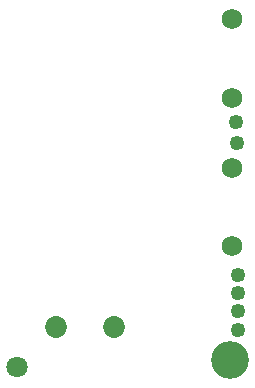
<source format=gbr>
G04 start of page 7 for group -4062 idx -4062 *
G04 Title: (unknown), soldermask *
G04 Creator: pcb 4.2.0 *
G04 CreationDate: Thu Feb 27 09:31:51 2020 UTC *
G04 For: blinken *
G04 Format: Gerber/RS-274X *
G04 PCB-Dimensions (mm): 65.00 56.00 *
G04 PCB-Coordinate-Origin: lower left *
%MOMM*%
%FSLAX43Y43*%
%LNBOTTOMMASK*%
%ADD56C,1.800*%
%ADD55C,3.200*%
%ADD54C,1.254*%
%ADD53C,1.752*%
%ADD52C,1.852*%
G54D52*X7100Y27200D03*
X12000D03*
G54D53*X22050Y34000D03*
Y40650D03*
Y46600D03*
Y53250D03*
G54D54*X22450Y42800D03*
X22400Y44500D03*
G54D55*X21850Y24400D03*
G54D54*X22500Y26900D03*
Y28500D03*
Y30050D03*
Y31600D03*
G54D56*X3800Y23800D03*
M02*

</source>
